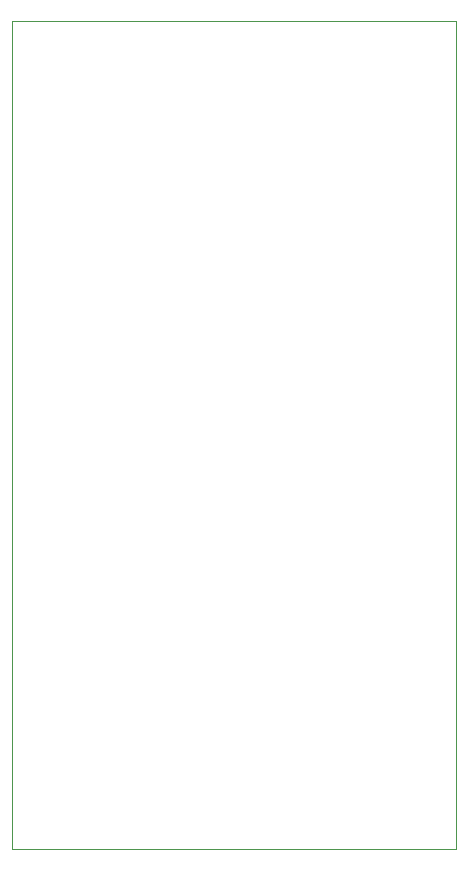
<source format=gbr>
G04 #@! TF.GenerationSoftware,KiCad,Pcbnew,(5.1.4)-1*
G04 #@! TF.CreationDate,2019-11-27T15:40:33+01:00*
G04 #@! TF.ProjectId,picoballoon,7069636f-6261-46c6-9c6f-6f6e2e6b6963,rev?*
G04 #@! TF.SameCoordinates,Original*
G04 #@! TF.FileFunction,Profile,NP*
%FSLAX46Y46*%
G04 Gerber Fmt 4.6, Leading zero omitted, Abs format (unit mm)*
G04 Created by KiCad (PCBNEW (5.1.4)-1) date 2019-11-27 15:40:33*
%MOMM*%
%LPD*%
G04 APERTURE LIST*
%ADD10C,0.100000*%
G04 APERTURE END LIST*
D10*
X37592000Y-91948000D02*
X37592000Y-21844000D01*
X75184000Y-91948000D02*
X37592000Y-91948000D01*
X75184000Y-21844000D02*
X75184000Y-91948000D01*
X37592000Y-21844000D02*
X75184000Y-21844000D01*
M02*

</source>
